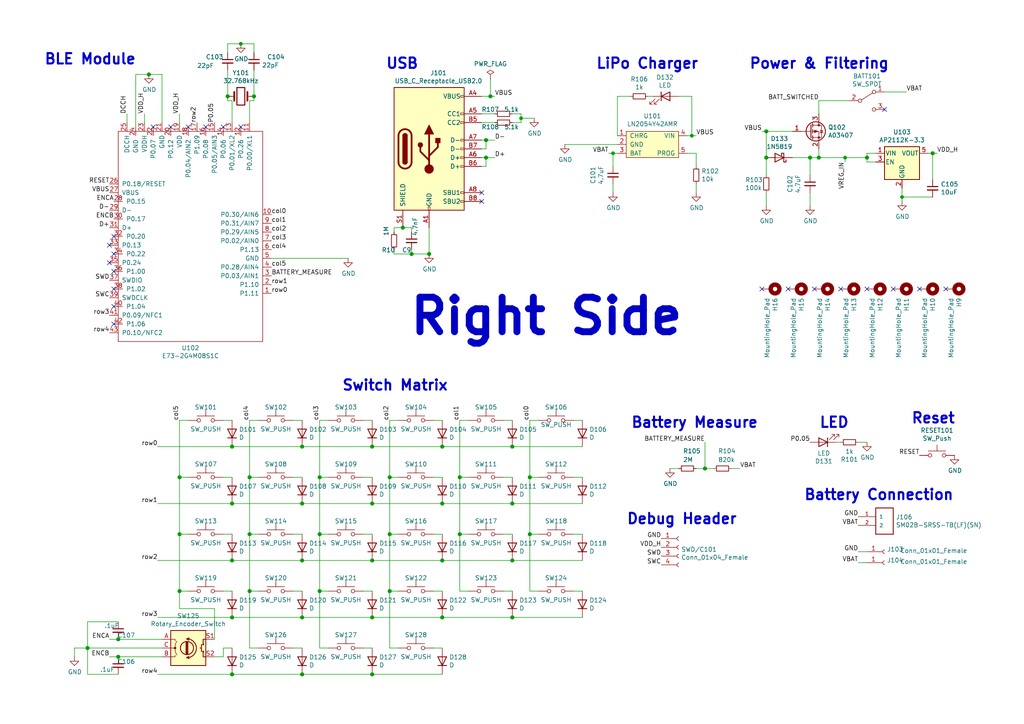
<source format=kicad_sch>
(kicad_sch (version 20201015) (generator eeschema)
  (paper "A4")
  (title_block (title "SP56") (date "2021-02-27") (rev "1") (company "CO Boards") (comment 1 "github.com/ericrlau"))
  (junction (at 25.4 187.96) (diameter 1.016))
  (junction (at 34.29 185.42) (diameter 1.016))
  (junction (at 34.29 190.5) (diameter 1.016))
  (junction (at 43.18 21.59) (diameter 1.016))
  (junction (at 52.07 138.43) (diameter 1.016))
  (junction (at 52.07 154.94) (diameter 1.016))
  (junction (at 52.07 171.45) (diameter 1.016))
  (junction (at 66.04 27.94) (diameter 1.016))
  (junction (at 67.31 129.54) (diameter 1.016))
  (junction (at 67.31 146.05) (diameter 1.016))
  (junction (at 67.31 162.56) (diameter 1.016))
  (junction (at 67.31 179.07) (diameter 1.016))
  (junction (at 67.31 195.58) (diameter 1.016))
  (junction (at 69.85 12.7) (diameter 0.9144))
  (junction (at 72.39 138.43) (diameter 1.016))
  (junction (at 72.39 154.94) (diameter 1.016))
  (junction (at 72.39 171.45) (diameter 1.016))
  (junction (at 73.66 27.94) (diameter 1.016))
  (junction (at 87.63 129.54) (diameter 1.016))
  (junction (at 87.63 146.05) (diameter 1.016))
  (junction (at 87.63 162.56) (diameter 1.016))
  (junction (at 87.63 179.07) (diameter 1.016))
  (junction (at 87.63 195.58) (diameter 1.016))
  (junction (at 92.71 138.43) (diameter 1.016))
  (junction (at 92.71 154.94) (diameter 1.016))
  (junction (at 92.71 171.45) (diameter 1.016))
  (junction (at 107.95 129.54) (diameter 1.016))
  (junction (at 107.95 146.05) (diameter 1.016))
  (junction (at 107.95 162.56) (diameter 1.016))
  (junction (at 107.95 179.07) (diameter 1.016))
  (junction (at 107.95 195.58) (diameter 1.016))
  (junction (at 113.03 138.43) (diameter 1.016))
  (junction (at 113.03 154.94) (diameter 1.016))
  (junction (at 113.03 171.45) (diameter 1.016))
  (junction (at 116.84 66.04) (diameter 1.016))
  (junction (at 119.38 73.66) (diameter 1.016))
  (junction (at 124.46 73.66) (diameter 1.016))
  (junction (at 128.27 129.54) (diameter 1.016))
  (junction (at 128.27 146.05) (diameter 1.016))
  (junction (at 128.27 162.56) (diameter 1.016))
  (junction (at 128.27 179.07) (diameter 1.016))
  (junction (at 133.35 138.43) (diameter 1.016))
  (junction (at 133.35 154.94) (diameter 1.016))
  (junction (at 140.97 40.64) (diameter 1.016))
  (junction (at 140.97 45.72) (diameter 1.016))
  (junction (at 142.24 27.94) (diameter 1.016))
  (junction (at 148.59 129.54) (diameter 1.016))
  (junction (at 148.59 146.05) (diameter 1.016))
  (junction (at 148.59 162.56) (diameter 1.016))
  (junction (at 148.59 179.07) (diameter 1.016))
  (junction (at 151.13 34.29) (diameter 0.9144))
  (junction (at 153.67 138.43) (diameter 1.016))
  (junction (at 153.67 154.94) (diameter 1.016))
  (junction (at 177.8 44.45) (diameter 0.9144))
  (junction (at 200.66 39.37) (diameter 0.9144))
  (junction (at 204.47 135.89) (diameter 1.016))
  (junction (at 222.25 38.1) (diameter 1.016))
  (junction (at 222.25 45.72) (diameter 1.016))
  (junction (at 234.95 45.72) (diameter 1.016))
  (junction (at 237.49 45.72) (diameter 1.016))
  (junction (at 245.11 45.72) (diameter 0.9144))
  (junction (at 251.46 45.72) (diameter 1.016))
  (junction (at 261.62 57.15) (diameter 0.9144))
  (junction (at 270.51 44.45) (diameter 1.016))
  (no_connect (at 31.75 71.12))
  (no_connect (at 31.75 76.2))
  (no_connect (at 33.02 68.58))
  (no_connect (at 33.02 73.66))
  (no_connect (at 33.02 78.74))
  (no_connect (at 33.02 83.82))
  (no_connect (at 33.02 88.9))
  (no_connect (at 33.02 93.98))
  (no_connect (at 44.45 36.83))
  (no_connect (at 49.53 36.83))
  (no_connect (at 54.61 36.83))
  (no_connect (at 59.69 36.83))
  (no_connect (at 64.77 36.83))
  (no_connect (at 69.85 36.83))
  (no_connect (at 139.7 55.88))
  (no_connect (at 139.7 58.42))
  (no_connect (at 220.98 83.82))
  (no_connect (at 228.6 83.82))
  (no_connect (at 236.22 83.82))
  (no_connect (at 243.84 83.82))
  (no_connect (at 251.46 83.82))
  (no_connect (at 256.54 31.75))
  (no_connect (at 259.08 83.82))
  (no_connect (at 266.7 83.82))
  (no_connect (at 274.32 83.82))
  (wire (pts (xy 21.59 187.96) (xy 21.59 190.5)))
  (wire (pts (xy 21.59 187.96) (xy 25.4 187.96)))
  (wire (pts (xy 25.4 180.34) (xy 25.4 187.96)))
  (wire (pts (xy 25.4 187.96) (xy 25.4 195.58)))
  (wire (pts (xy 25.4 187.96) (xy 46.99 187.96)))
  (wire (pts (xy 31.75 185.42) (xy 34.29 185.42)))
  (wire (pts (xy 31.75 190.5) (xy 34.29 190.5)))
  (wire (pts (xy 34.29 180.34) (xy 25.4 180.34)))
  (wire (pts (xy 34.29 185.42) (xy 46.99 185.42)))
  (wire (pts (xy 34.29 190.5) (xy 46.99 190.5)))
  (wire (pts (xy 34.29 195.58) (xy 25.4 195.58)))
  (wire (pts (xy 36.83 35.56) (xy 36.83 33.02)))
  (wire (pts (xy 39.37 21.59) (xy 43.18 21.59)))
  (wire (pts (xy 39.37 36.83) (xy 39.37 21.59)))
  (wire (pts (xy 41.91 35.56) (xy 41.91 33.02)))
  (wire (pts (xy 43.18 21.59) (xy 46.99 21.59)))
  (wire (pts (xy 45.72 195.58) (xy 67.31 195.58)))
  (wire (pts (xy 46.99 35.56) (xy 46.99 21.59)))
  (wire (pts (xy 52.07 35.56) (xy 52.07 33.02)))
  (wire (pts (xy 52.07 121.92) (xy 52.07 138.43)))
  (wire (pts (xy 52.07 121.92) (xy 54.61 121.92)))
  (wire (pts (xy 52.07 138.43) (xy 52.07 154.94)))
  (wire (pts (xy 52.07 138.43) (xy 54.61 138.43)))
  (wire (pts (xy 52.07 154.94) (xy 52.07 171.45)))
  (wire (pts (xy 52.07 154.94) (xy 54.61 154.94)))
  (wire (pts (xy 52.07 171.45) (xy 52.07 176.53)))
  (wire (pts (xy 52.07 171.45) (xy 54.61 171.45)))
  (wire (pts (xy 52.07 176.53) (xy 62.23 176.53)))
  (wire (pts (xy 62.23 176.53) (xy 62.23 185.42)))
  (wire (pts (xy 62.23 190.5) (xy 64.77 190.5)))
  (wire (pts (xy 64.77 121.92) (xy 67.31 121.92)))
  (wire (pts (xy 64.77 138.43) (xy 67.31 138.43)))
  (wire (pts (xy 64.77 154.94) (xy 67.31 154.94)))
  (wire (pts (xy 64.77 171.45) (xy 67.31 171.45)))
  (wire (pts (xy 64.77 187.96) (xy 67.31 187.96)))
  (wire (pts (xy 64.77 190.5) (xy 64.77 187.96)))
  (wire (pts (xy 66.04 12.7) (xy 69.85 12.7)))
  (wire (pts (xy 66.04 15.24) (xy 66.04 12.7)))
  (wire (pts (xy 66.04 20.32) (xy 66.04 27.94)))
  (wire (pts (xy 66.04 29.21) (xy 66.04 27.94)))
  (wire (pts (xy 67.31 29.21) (xy 66.04 29.21)))
  (wire (pts (xy 67.31 35.56) (xy 67.31 29.21)))
  (wire (pts (xy 67.31 129.54) (xy 45.72 129.54)))
  (wire (pts (xy 67.31 146.05) (xy 45.72 146.05)))
  (wire (pts (xy 67.31 162.56) (xy 45.72 162.56)))
  (wire (pts (xy 67.31 179.07) (xy 45.72 179.07)))
  (wire (pts (xy 67.31 195.58) (xy 87.63 195.58)))
  (wire (pts (xy 69.85 12.7) (xy 73.66 12.7)))
  (wire (pts (xy 72.39 29.21) (xy 73.66 29.21)))
  (wire (pts (xy 72.39 35.56) (xy 72.39 29.21)))
  (wire (pts (xy 72.39 121.92) (xy 72.39 138.43)))
  (wire (pts (xy 72.39 121.92) (xy 74.93 121.92)))
  (wire (pts (xy 72.39 138.43) (xy 72.39 154.94)))
  (wire (pts (xy 72.39 138.43) (xy 74.93 138.43)))
  (wire (pts (xy 72.39 154.94) (xy 72.39 171.45)))
  (wire (pts (xy 72.39 154.94) (xy 74.93 154.94)))
  (wire (pts (xy 72.39 171.45) (xy 72.39 187.96)))
  (wire (pts (xy 72.39 171.45) (xy 74.93 171.45)))
  (wire (pts (xy 72.39 187.96) (xy 74.93 187.96)))
  (wire (pts (xy 73.66 12.7) (xy 73.66 15.24)))
  (wire (pts (xy 73.66 20.32) (xy 73.66 27.94)))
  (wire (pts (xy 73.66 29.21) (xy 73.66 27.94)))
  (wire (pts (xy 78.74 74.93) (xy 100.965 74.93)))
  (wire (pts (xy 85.09 121.92) (xy 87.63 121.92)))
  (wire (pts (xy 85.09 138.43) (xy 87.63 138.43)))
  (wire (pts (xy 85.09 154.94) (xy 87.63 154.94)))
  (wire (pts (xy 85.09 171.45) (xy 87.63 171.45)))
  (wire (pts (xy 85.09 187.96) (xy 87.63 187.96)))
  (wire (pts (xy 87.63 129.54) (xy 67.31 129.54)))
  (wire (pts (xy 87.63 129.54) (xy 107.95 129.54)))
  (wire (pts (xy 87.63 146.05) (xy 67.31 146.05)))
  (wire (pts (xy 87.63 146.05) (xy 107.95 146.05)))
  (wire (pts (xy 87.63 162.56) (xy 67.31 162.56)))
  (wire (pts (xy 87.63 162.56) (xy 107.95 162.56)))
  (wire (pts (xy 87.63 179.07) (xy 67.31 179.07)))
  (wire (pts (xy 87.63 179.07) (xy 107.95 179.07)))
  (wire (pts (xy 87.63 195.58) (xy 107.95 195.58)))
  (wire (pts (xy 92.71 121.92) (xy 92.71 138.43)))
  (wire (pts (xy 92.71 121.92) (xy 95.25 121.92)))
  (wire (pts (xy 92.71 138.43) (xy 92.71 154.94)))
  (wire (pts (xy 92.71 138.43) (xy 95.25 138.43)))
  (wire (pts (xy 92.71 154.94) (xy 92.71 171.45)))
  (wire (pts (xy 92.71 154.94) (xy 95.25 154.94)))
  (wire (pts (xy 92.71 171.45) (xy 92.71 187.96)))
  (wire (pts (xy 92.71 171.45) (xy 95.25 171.45)))
  (wire (pts (xy 92.71 187.96) (xy 95.25 187.96)))
  (wire (pts (xy 105.41 121.92) (xy 107.95 121.92)))
  (wire (pts (xy 105.41 138.43) (xy 107.95 138.43)))
  (wire (pts (xy 105.41 154.94) (xy 107.95 154.94)))
  (wire (pts (xy 105.41 171.45) (xy 107.95 171.45)))
  (wire (pts (xy 105.41 187.96) (xy 107.95 187.96)))
  (wire (pts (xy 107.95 129.54) (xy 128.27 129.54)))
  (wire (pts (xy 107.95 146.05) (xy 128.27 146.05)))
  (wire (pts (xy 107.95 162.56) (xy 128.27 162.56)))
  (wire (pts (xy 107.95 179.07) (xy 128.27 179.07)))
  (wire (pts (xy 107.95 195.58) (xy 128.27 195.58)))
  (wire (pts (xy 113.03 121.92) (xy 113.03 138.43)))
  (wire (pts (xy 113.03 121.92) (xy 115.57 121.92)))
  (wire (pts (xy 113.03 138.43) (xy 113.03 154.94)))
  (wire (pts (xy 113.03 138.43) (xy 115.57 138.43)))
  (wire (pts (xy 113.03 154.94) (xy 113.03 171.45)))
  (wire (pts (xy 113.03 154.94) (xy 115.57 154.94)))
  (wire (pts (xy 113.03 171.45) (xy 113.03 187.96)))
  (wire (pts (xy 113.03 171.45) (xy 115.57 171.45)))
  (wire (pts (xy 113.03 187.96) (xy 115.57 187.96)))
  (wire (pts (xy 114.3 66.04) (xy 116.84 66.04)))
  (wire (pts (xy 114.3 67.31) (xy 114.3 66.04)))
  (wire (pts (xy 114.3 72.39) (xy 114.3 73.66)))
  (wire (pts (xy 114.3 73.66) (xy 119.38 73.66)))
  (wire (pts (xy 119.38 66.04) (xy 116.84 66.04)))
  (wire (pts (xy 119.38 67.31) (xy 119.38 66.04)))
  (wire (pts (xy 119.38 72.39) (xy 119.38 73.66)))
  (wire (pts (xy 119.38 73.66) (xy 124.46 73.66)))
  (wire (pts (xy 124.46 66.04) (xy 124.46 73.66)))
  (wire (pts (xy 125.73 121.92) (xy 128.27 121.92)))
  (wire (pts (xy 125.73 138.43) (xy 128.27 138.43)))
  (wire (pts (xy 125.73 154.94) (xy 128.27 154.94)))
  (wire (pts (xy 125.73 171.45) (xy 128.27 171.45)))
  (wire (pts (xy 125.73 187.96) (xy 128.27 187.96)))
  (wire (pts (xy 128.27 146.05) (xy 148.59 146.05)))
  (wire (pts (xy 128.27 162.56) (xy 148.59 162.56)))
  (wire (pts (xy 128.27 179.07) (xy 148.59 179.07)))
  (wire (pts (xy 133.35 121.92) (xy 133.35 138.43)))
  (wire (pts (xy 133.35 121.92) (xy 135.89 121.92)))
  (wire (pts (xy 133.35 138.43) (xy 133.35 154.94)))
  (wire (pts (xy 133.35 138.43) (xy 135.89 138.43)))
  (wire (pts (xy 133.35 154.94) (xy 133.35 171.45)))
  (wire (pts (xy 133.35 154.94) (xy 135.89 154.94)))
  (wire (pts (xy 133.35 171.45) (xy 135.89 171.45)))
  (wire (pts (xy 139.7 40.64) (xy 140.97 40.64)))
  (wire (pts (xy 139.7 43.18) (xy 140.97 43.18)))
  (wire (pts (xy 139.7 45.72) (xy 140.97 45.72)))
  (wire (pts (xy 139.7 48.26) (xy 140.97 48.26)))
  (wire (pts (xy 140.97 40.64) (xy 143.51 40.64)))
  (wire (pts (xy 140.97 43.18) (xy 140.97 40.64)))
  (wire (pts (xy 140.97 45.72) (xy 143.51 45.72)))
  (wire (pts (xy 140.97 48.26) (xy 140.97 45.72)))
  (wire (pts (xy 142.24 22.86) (xy 142.24 27.94)))
  (wire (pts (xy 142.24 27.94) (xy 139.7 27.94)))
  (wire (pts (xy 143.51 27.94) (xy 142.24 27.94)))
  (wire (pts (xy 143.51 33.02) (xy 139.7 33.02)))
  (wire (pts (xy 143.51 35.56) (xy 139.7 35.56)))
  (wire (pts (xy 146.05 121.92) (xy 148.59 121.92)))
  (wire (pts (xy 146.05 138.43) (xy 148.59 138.43)))
  (wire (pts (xy 146.05 154.94) (xy 148.59 154.94)))
  (wire (pts (xy 146.05 171.45) (xy 148.59 171.45)))
  (wire (pts (xy 148.59 33.02) (xy 151.13 33.02)))
  (wire (pts (xy 148.59 35.56) (xy 151.13 35.56)))
  (wire (pts (xy 148.59 129.54) (xy 128.27 129.54)))
  (wire (pts (xy 148.59 129.54) (xy 168.91 129.54)))
  (wire (pts (xy 148.59 146.05) (xy 168.91 146.05)))
  (wire (pts (xy 148.59 162.56) (xy 168.91 162.56)))
  (wire (pts (xy 148.59 179.07) (xy 168.91 179.07)))
  (wire (pts (xy 151.13 33.02) (xy 151.13 34.29)))
  (wire (pts (xy 151.13 34.29) (xy 154.94 34.29)))
  (wire (pts (xy 151.13 35.56) (xy 151.13 34.29)))
  (wire (pts (xy 153.67 121.92) (xy 153.67 138.43)))
  (wire (pts (xy 153.67 121.92) (xy 156.21 121.92)))
  (wire (pts (xy 153.67 138.43) (xy 153.67 154.94)))
  (wire (pts (xy 153.67 138.43) (xy 156.21 138.43)))
  (wire (pts (xy 153.67 154.94) (xy 153.67 171.45)))
  (wire (pts (xy 153.67 154.94) (xy 156.21 154.94)))
  (wire (pts (xy 153.67 171.45) (xy 156.21 171.45)))
  (wire (pts (xy 163.83 41.91) (xy 179.07 41.91)))
  (wire (pts (xy 166.37 121.92) (xy 168.91 121.92)))
  (wire (pts (xy 166.37 138.43) (xy 168.91 138.43)))
  (wire (pts (xy 166.37 154.94) (xy 168.91 154.94)))
  (wire (pts (xy 166.37 171.45) (xy 168.91 171.45)))
  (wire (pts (xy 177.8 44.45) (xy 176.53 44.45)))
  (wire (pts (xy 177.8 44.45) (xy 177.8 48.26)))
  (wire (pts (xy 177.8 44.45) (xy 179.07 44.45)))
  (wire (pts (xy 177.8 53.34) (xy 177.8 55.88)))
  (wire (pts (xy 179.07 27.94) (xy 179.07 39.37)))
  (wire (pts (xy 182.88 27.94) (xy 179.07 27.94)))
  (wire (pts (xy 189.23 27.94) (xy 187.96 27.94)))
  (wire (pts (xy 196.85 27.94) (xy 200.66 27.94)))
  (wire (pts (xy 196.85 135.89) (xy 194.31 135.89)))
  (wire (pts (xy 199.39 39.37) (xy 200.66 39.37)))
  (wire (pts (xy 199.39 44.45) (xy 201.93 44.45)))
  (wire (pts (xy 200.66 27.94) (xy 200.66 39.37)))
  (wire (pts (xy 200.66 39.37) (xy 201.93 39.37)))
  (wire (pts (xy 201.93 44.45) (xy 201.93 48.26)))
  (wire (pts (xy 201.93 53.34) (xy 201.93 55.88)))
  (wire (pts (xy 204.47 128.27) (xy 204.47 135.89)))
  (wire (pts (xy 204.47 135.89) (xy 201.93 135.89)))
  (wire (pts (xy 207.01 135.89) (xy 204.47 135.89)))
  (wire (pts (xy 214.63 135.89) (xy 212.09 135.89)))
  (wire (pts (xy 220.98 38.1) (xy 222.25 38.1)))
  (wire (pts (xy 222.25 38.1) (xy 222.25 45.72)))
  (wire (pts (xy 222.25 38.1) (xy 229.87 38.1)))
  (wire (pts (xy 222.25 50.8) (xy 222.25 45.72)))
  (wire (pts (xy 222.25 55.88) (xy 222.25 59.69)))
  (wire (pts (xy 229.87 45.72) (xy 234.95 45.72)))
  (wire (pts (xy 234.95 45.72) (xy 237.49 45.72)))
  (wire (pts (xy 234.95 50.8) (xy 234.95 45.72)))
  (wire (pts (xy 234.95 55.88) (xy 234.95 59.69)))
  (wire (pts (xy 237.49 29.21) (xy 237.49 33.02)))
  (wire (pts (xy 237.49 43.18) (xy 237.49 45.72)))
  (wire (pts (xy 237.49 45.72) (xy 245.11 45.72)))
  (wire (pts (xy 242.57 128.27) (xy 243.84 128.27)))
  (wire (pts (xy 245.11 45.72) (xy 245.11 46.99)))
  (wire (pts (xy 245.11 45.72) (xy 251.46 45.72)))
  (wire (pts (xy 246.38 29.21) (xy 237.49 29.21)))
  (wire (pts (xy 248.92 128.27) (xy 251.46 128.27)))
  (wire (pts (xy 248.92 160.02) (xy 251.46 160.02)))
  (wire (pts (xy 248.92 163.195) (xy 251.46 163.195)))
  (wire (pts (xy 251.46 44.45) (xy 254 44.45)))
  (wire (pts (xy 251.46 45.72) (xy 251.46 44.45)))
  (wire (pts (xy 251.46 46.99) (xy 251.46 45.72)))
  (wire (pts (xy 251.46 46.99) (xy 254 46.99)))
  (wire (pts (xy 256.54 26.67) (xy 262.89 26.67)))
  (wire (pts (xy 261.62 54.61) (xy 261.62 57.15)))
  (wire (pts (xy 261.62 57.15) (xy 261.62 58.42)))
  (wire (pts (xy 269.24 44.45) (xy 270.51 44.45)))
  (wire (pts (xy 270.51 44.45) (xy 271.78 44.45)))
  (wire (pts (xy 270.51 52.07) (xy 270.51 44.45)))
  (wire (pts (xy 270.51 57.15) (xy 261.62 57.15)))
  (text "BLE Module" (at 12.7 19.05 0) (effects (font (size 2.9972 2.9972) (thickness 0.5994) bold) (justify left bottom)))
  (text "Switch Matrix" (at 99.06 113.665 0) (effects (font (size 2.9972 2.9972) (thickness 0.5994) bold) (justify left bottom)))
  (text "USB" (at 111.76 20.32 0) (effects (font (size 2.9972 2.9972) (thickness 0.5994) bold) (justify left bottom)))
  (text "Right Side" (at 118.11 97.79 0) (effects (font (size 10.008 10.008) (thickness 2.0016) bold) (justify left bottom)))
  (text "LiPo Charger" (at 172.72 20.32 0) (effects (font (size 2.9972 2.9972) (thickness 0.5994) bold) (justify left bottom)))
  (text "Debug Header" (at 181.61 152.4 0) (effects (font (size 2.9972 2.9972) (thickness 0.5994) bold) (justify left bottom)))
  (text "Battery Measure" (at 182.88 124.46 0) (effects (font (size 2.9972 2.9972) (thickness 0.5994) bold) (justify left bottom)))
  (text "Power & Filtering" (at 217.17 20.32 0) (effects (font (size 2.9972 2.9972) (thickness 0.5994) bold) (justify left bottom)))
  (text "Battery Connection" (at 233.045 145.415 0) (effects (font (size 2.9972 2.9972) (thickness 0.5994) bold) (justify left bottom)))
  (text "LED" (at 237.49 124.46 0) (effects (font (size 2.997 2.997) (thickness 0.5994) bold) (justify left bottom)))
  (text "Reset" (at 264.16 123.19 0) (effects (font (size 2.9972 2.9972) (thickness 0.5994) bold) (justify left bottom)))
  (label "RESET" (at 31.75 53.34 180))
  (label "VBUS" (at 31.75 55.88 180))
  (label "D-" (at 31.75 60.96 180))
  (label "D+" (at 31.75 66.04 180))
  (label "SWD" (at 31.75 81.28 180))
  (label "SWC" (at 31.75 86.36 180))
  (label "row3" (at 31.75 91.44 180))
  (label "row4" (at 31.75 96.52 180))
  (label "ENCA" (at 31.75 185.42 180))
  (label "ENCB" (at 31.75 190.5 180))
  (label "ENCA" (at 33.02 58.42 180))
  (label "ENCB" (at 33.02 63.5 180))
  (label "DCCH" (at 36.83 33.02 90))
  (label "VDD_H" (at 41.91 33.02 90))
  (label "row0" (at 45.72 129.54 180))
  (label "row1" (at 45.72 146.05 180))
  (label "row2" (at 45.72 162.56 180))
  (label "row3" (at 45.72 179.07 180))
  (label "row4" (at 45.72 195.58 180))
  (label "VDD_H" (at 52.07 33.02 90))
  (label "col5" (at 52.07 121.92 90))
  (label "row2" (at 57.15 35.56 90))
  (label "P0.05" (at 62.23 35.56 90))
  (label "col4" (at 72.39 121.92 90))
  (label "col0" (at 78.74 62.23 0))
  (label "col1" (at 78.74 64.77 0))
  (label "col2" (at 78.74 67.31 0))
  (label "col3" (at 78.74 69.85 0))
  (label "col4" (at 78.74 72.39 0))
  (label "col5" (at 78.74 77.47 0))
  (label "BATTERY_MEASURE" (at 78.74 80.01 0))
  (label "row1" (at 78.74 82.55 0))
  (label "row0" (at 78.74 85.09 0))
  (label "col3" (at 92.71 121.92 90))
  (label "col2" (at 113.03 121.92 90))
  (label "col1" (at 133.35 121.92 90))
  (label "VBUS" (at 143.51 27.94 0))
  (label "D-" (at 143.51 40.64 0))
  (label "D+" (at 143.51 45.72 0))
  (label "col0" (at 153.67 121.92 90))
  (label "VBAT" (at 176.53 44.45 180))
  (label "GND" (at 191.77 156.21 180))
  (label "VDD_H" (at 191.77 158.75 180))
  (label "SWD" (at 191.77 161.29 180))
  (label "SWC" (at 191.77 163.83 180))
  (label "VBUS" (at 201.93 39.37 0))
  (label "BATTERY_MEASURE" (at 204.47 128.27 180))
  (label "VBAT" (at 214.63 135.89 0))
  (label "VBUS" (at 220.98 38.1 180))
  (label "P0.05" (at 234.95 128.27 180))
  (label "BATT_SWITCHED" (at 237.49 29.21 180))
  (label "VREG_IN" (at 245.11 46.99 270))
  (label "GND" (at 248.92 149.86 180))
  (label "VBAT" (at 248.92 152.4 180))
  (label "GND" (at 248.92 160.02 180))
  (label "VBAT" (at 248.92 163.195 180))
  (label "VBAT" (at 262.89 26.67 0))
  (label "RESET" (at 266.7 132.08 180))
  (label "VDD_H" (at 271.78 44.45 0))
  (symbol (lib_id "power:PWR_FLAG") (at 142.24 22.86 0) (unit 1)
    (property "Reference" "#FLG0106" (effects hide))
    (property "Value" "PWR_FLAG" (at 142.24 18.5356 0))
  )
  (symbol (lib_id "power:GND") (at 21.59 190.5 0) (unit 1)
    (property "Reference" "#PWR016" (effects hide))
    (property "Value" "GND" (at 21.717 194.8942 0))
  )
  (symbol (lib_id "power:GND") (at 43.18 21.59 0) (unit 1)
    (property "Reference" "#PWR017" (effects hide))
    (property "Value" "GND" (at 43.307 25.9842 0))
  )
  (symbol (lib_id "power:GND") (at 69.85 12.7 0) (unit 1)
    (property "Reference" "#PWR019" (effects hide))
    (property "Value" "GND" (at 69.977 17.0942 0))
  )
  (symbol (lib_id "power:GND") (at 100.965 74.93 0) (unit 1)
    (property "Reference" "#PWR021" (effects hide))
    (property "Value" "GND" (at 101.092 79.3242 0))
  )
  (symbol (lib_id "power:GND") (at 124.46 73.66 0) (unit 1)
    (property "Reference" "#PWR020" (effects hide))
    (property "Value" "GND" (at 124.587 78.0542 0))
  )
  (symbol (lib_id "power:GND") (at 154.94 34.29 0) (unit 1)
    (property "Reference" "#PWR026" (effects hide))
    (property "Value" "GND" (at 155.067 38.6842 0))
  )
  (symbol (lib_id "power:GND") (at 163.83 41.91 0) (unit 1)
    (property "Reference" "#PWR024" (effects hide))
    (property "Value" "GND" (at 163.957 46.3042 0))
  )
  (symbol (lib_id "power:GND") (at 177.8 55.88 0) (unit 1)
    (property "Reference" "#PWR027" (effects hide))
    (property "Value" "GND" (at 177.927 60.2742 0))
  )
  (symbol (lib_id "power:GND") (at 194.31 135.89 0) (unit 1)
    (property "Reference" "#PWR018" (effects hide))
    (property "Value" "GND" (at 194.437 140.2842 0))
  )
  (symbol (lib_id "power:GND") (at 201.93 55.88 0) (unit 1)
    (property "Reference" "#PWR029" (effects hide))
    (property "Value" "GND" (at 202.057 60.2742 0))
  )
  (symbol (lib_id "power:GND") (at 222.25 59.69 0) (unit 1)
    (property "Reference" "#PWR025" (effects hide))
    (property "Value" "GND" (at 222.377 64.0842 0))
  )
  (symbol (lib_id "power:GND") (at 234.95 59.69 0) (unit 1)
    (property "Reference" "#PWR028" (effects hide))
    (property "Value" "GND" (at 235.077 64.0842 0))
  )
  (symbol (lib_id "power:GND") (at 251.46 128.27 0) (unit 1)
    (property "Reference" "#PWR023" (effects hide))
    (property "Value" "GND" (at 251.587 132.6642 0))
  )
  (symbol (lib_id "power:GND") (at 261.62 58.42 0) (unit 1)
    (property "Reference" "#PWR030" (effects hide))
    (property "Value" "GND" (at 261.747 62.8142 0))
  )
  (symbol (lib_id "power:GND") (at 276.86 132.08 0) (unit 1)
    (property "Reference" "#PWR022" (effects hide))
    (property "Value" "GND" (at 276.987 136.4742 0))
  )
  (symbol (lib_id "Device:R_Small") (at 114.3 69.85 0) (unit 1)
    (property "Reference" "R10" (at 110.7187 72.5106 0) (effects (justify left)))
    (property "Value" "1M" (at 111.989 68.459 90) (effects (justify left)))
    (property "Footprint" "Resistor_SMD:R_0603_1608Metric" (effects hide))
  )
  (symbol (lib_id "Device:R_Small") (at 146.05 33.02 90) (unit 1)
    (property "Reference" "R107" (at 144.78 31.75 90) (effects (justify left)))
    (property "Value" "5.1k" (at 150.495 31.75 90) (effects (justify left)))
    (property "Footprint" "Resistor_SMD:R_0603_1608Metric" (effects hide))
    (property "LCSC_PN" "C105580" (effects hide))
    (property "PRICE" "100k" (effects hide))
  )
  (symbol (lib_id "Device:R_Small") (at 146.05 35.56 90) (unit 1)
    (property "Reference" "R108" (at 144.78 36.83 90) (effects (justify left)))
    (property "Value" "5.1k" (at 150.495 36.83 90) (effects (justify left)))
    (property "Footprint" "Resistor_SMD:R_0603_1608Metric" (effects hide))
    (property "LCSC_PN" "C105580" (effects hide))
    (property "PRICE" "100k" (effects hide))
  )
  (symbol (lib_id "Device:R_Small") (at 185.42 27.94 270) (unit 1)
    (property "Reference" "R106" (at 185.42 22.962 90))
    (property "Value" "1k" (at 185.42 25.273 90))
    (property "Footprint" "Resistor_SMD:R_0603_1608Metric" (effects hide))
    (property "LCSC_PN" "C22548" (effects hide))
    (property "PRICE" "5.1k" (effects hide))
  )
  (symbol (lib_id "Device:R_Small") (at 199.39 135.89 270) (unit 1)
    (property "Reference" "R105" (at 198.12 130.81 90) (effects (justify left)))
    (property "Value" "2M" (at 198.12 133.35 90) (effects (justify left)))
    (property "Footprint" "Resistor_SMD:R_0603_1608Metric" (effects hide))
    (property "LCSC_PN" "C177282" (effects hide))
    (property "PRICE" "100k" (effects hide))
  )
  (symbol (lib_id "Device:R_Small") (at 201.93 50.8 0) (unit 1)
    (property "Reference" "R102" (at 203.4286 49.6316 0) (effects (justify left)))
    (property "Value" "10k" (at 203.4286 51.943 0) (effects (justify left)))
    (property "Footprint" "Resistor_SMD:R_0603_1608Metric" (effects hide))
    (property "LCSC_PN" "C98220" (effects hide))
    (property "PRICE" "100k" (effects hide))
  )
  (symbol (lib_id "Device:R_Small") (at 209.55 135.89 270) (unit 1)
    (property "Reference" "R104" (at 208.28 130.81 90) (effects (justify left)))
    (property "Value" "820k" (at 208.28 133.35 90) (effects (justify left)))
    (property "Footprint" "Resistor_SMD:R_0603_1608Metric" (effects hide))
    (property "LCSC_PN" "C23252" (effects hide))
    (property "PRICE" "100k" (effects hide))
  )
  (symbol (lib_id "Device:R_Small") (at 222.25 53.34 0) (unit 1)
    (property "Reference" "R103" (at 216.129 52.172 0) (effects (justify left)))
    (property "Value" "100k" (at 216.1286 54.483 0) (effects (justify left)))
    (property "Footprint" "Resistor_SMD:R_0603_1608Metric" (effects hide))
    (property "LCSC_PN" "C14675" (effects hide))
    (property "PACKAGE" "0603" (effects hide))
  )
  (symbol (lib_id "Device:R_Small") (at 246.38 128.27 90) (unit 1)
    (property "Reference" "R101" (at 246.38 133.2484 90))
    (property "Value" "1k" (at 246.38 130.937 90))
    (property "Footprint" "Resistor_SMD:R_0603_1608Metric" (effects hide))
    (property "LCSC_PN" "C22548" (effects hide))
    (property "PRICE" "5.1k" (effects hide))
  )
  (symbol (lib_id "Connector:Conn_01x01_Female") (at 256.54 160.02 0) (unit 1)
    (property "Reference" "J103" (at 257.2513 159.3278 0) (effects (justify left)))
    (property "Value" "Conn_01x01_Female" (at 261.0613 159.7215 0) (effects (justify left)))
    (property "Footprint" "Connector_PinSocket_1.27mm:PinSocket_1x01_P1.27mm_Vertical" (effects hide))
  )
  (symbol (lib_id "Connector:Conn_01x01_Female") (at 256.54 163.195 0) (unit 1)
    (property "Reference" "J104" (at 257.2513 162.5028 0) (effects (justify left)))
    (property "Value" "Conn_01x01_Female" (at 261.0613 162.8965 0) (effects (justify left)))
    (property "Footprint" "Connector_PinSocket_1.27mm:PinSocket_1x01_P1.27mm_Vertical" (effects hide))
  )
  (symbol (lib_id "Device:C_Small") (at 34.29 182.88 0) (unit 1)
    (property "Reference" "C107" (at 34.074 184.271 0) (effects (justify left)))
    (property "Value" ".1uF" (at 30.2642 181.4893 0) (effects (justify left)))
    (property "Footprint" "Capacitor_SMD:C_0603_1608Metric" (effects hide))
  )
  (symbol (lib_id "Device:C_Small") (at 34.29 193.04 0) (unit 1)
    (property "Reference" "C106" (at 34.074 191.891 0) (effects (justify left)))
    (property "Value" ".1uF" (at 28.9942 194.1893 0) (effects (justify left)))
    (property "Footprint" "Capacitor_SMD:C_0603_1608Metric" (effects hide))
  )
  (symbol (lib_id "Device:C_Small") (at 66.04 17.78 0) (unit 1)
    (property "Reference" "C103" (at 59.69 16.51 0) (effects (justify left)))
    (property "Value" "22pF" (at 57.15 19.05 0) (effects (justify left)))
    (property "Footprint" "Capacitor_SMD:C_0603_1608Metric" (effects hide))
    (property "LCSC_PN" "C1653" (effects hide))
    (property "PRICE" "100k" (effects hide))
  )
  (symbol (lib_id "Device:C_Small") (at 73.66 17.78 0) (unit 1)
    (property "Reference" "C104" (at 77.47 16.51 0) (effects (justify left)))
    (property "Value" "22pF" (at 75.9968 18.923 0) (effects (justify left)))
    (property "Footprint" "Capacitor_SMD:C_0603_1608Metric" (effects hide))
    (property "LCSC_PN" "C1653" (effects hide))
    (property "PRICE" "100k" (effects hide))
  )
  (symbol (lib_id "Device:C_Small") (at 119.38 69.85 0) (unit 1)
    (property "Reference" "C9" (at 116.6242 72.5106 0) (effects (justify left)))
    (property "Value" "4.7nF" (at 120.434 68.459 90) (effects (justify left)))
    (property "Footprint" "Capacitor_SMD:C_0603_1608Metric" (effects hide))
  )
  (symbol (lib_id "Device:C_Small") (at 177.8 50.8 0) (unit 1)
    (property "Reference" "C101" (at 171.9834 50.8 90))
    (property "Value" "4.7uF" (at 174.2948 50.8 90))
    (property "Footprint" "Capacitor_SMD:C_0603_1608Metric" (effects hide))
    (property "LCSC_PN" "C19666" (effects hide))
    (property "PRICE" "100k" (effects hide))
  )
  (symbol (lib_id "Device:C_Small") (at 234.95 53.34 0) (unit 1)
    (property "Reference" "C102" (at 229.133 53.34 90))
    (property "Value" "4.7uF" (at 231.4448 53.34 90))
    (property "Footprint" "Capacitor_SMD:C_0603_1608Metric" (effects hide))
    (property "LCSC_PN" "C19666" (effects hide))
    (property "PRICE" "100k" (effects hide))
  )
  (symbol (lib_id "Device:C_Small") (at 270.51 54.61 0) (unit 1)
    (property "Reference" "C105" (at 272.8468 53.4416 0) (effects (justify left)))
    (property "Value" "10uF" (at 272.8468 55.753 0) (effects (justify left)))
    (property "Footprint" "Capacitor_SMD:C_0603_1608Metric" (effects hide))
    (property "LCSC_PN" "C326057" (effects hide))
    (property "PRICE" "100k" (effects hide))
  )
  (symbol (lib_id "Mechanical:MountingHole_Pad") (at 223.52 83.82 270) (unit 1)
    (property "Reference" "H16" (at 224.796 86.36 0) (effects (justify left)))
    (property "Value" "MountingHole_Pad" (at 222.4977 86.3601 0) (effects (justify left)))
    (property "Footprint" "MountingHole:MountingHole_4.3mm_M4" (effects hide))
  )
  (symbol (lib_id "Mechanical:MountingHole_Pad") (at 231.14 83.82 270) (unit 1)
    (property "Reference" "H15" (at 232.416 86.36 0) (effects (justify left)))
    (property "Value" "MountingHole_Pad" (at 230.1177 86.3601 0) (effects (justify left)))
    (property "Footprint" "MountingHole:MountingHole_4.3mm_M4" (effects hide))
  )
  (symbol (lib_id "Mechanical:MountingHole_Pad") (at 238.76 83.82 270) (unit 1)
    (property "Reference" "H14" (at 240.036 86.36 0) (effects (justify left)))
    (property "Value" "MountingHole_Pad" (at 237.7377 86.3601 0) (effects (justify left)))
    (property "Footprint" "MountingHole:MountingHole_4.3mm_M4" (effects hide))
  )
  (symbol (lib_id "Mechanical:MountingHole_Pad") (at 246.38 83.82 270) (unit 1)
    (property "Reference" "H13" (at 247.656 86.36 0) (effects (justify left)))
    (property "Value" "MountingHole_Pad" (at 245.3577 86.3601 0) (effects (justify left)))
    (property "Footprint" "MountingHole:MountingHole_4.3mm_M4" (effects hide))
  )
  (symbol (lib_id "Mechanical:MountingHole_Pad") (at 254 83.82 270) (unit 1)
    (property "Reference" "H12" (at 255.276 86.36 0) (effects (justify left)))
    (property "Value" "MountingHole_Pad" (at 252.9777 86.3601 0) (effects (justify left)))
    (property "Footprint" "MountingHole:MountingHole_4.3mm_M4" (effects hide))
  )
  (symbol (lib_id "Mechanical:MountingHole_Pad") (at 261.62 83.82 270) (unit 1)
    (property "Reference" "H11" (at 262.896 86.36 0) (effects (justify left)))
    (property "Value" "MountingHole_Pad" (at 260.5977 86.3601 0) (effects (justify left)))
    (property "Footprint" "MountingHole:MountingHole_4.3mm_M4" (effects hide))
  )
  (symbol (lib_id "Mechanical:MountingHole_Pad") (at 269.24 83.82 270) (unit 1)
    (property "Reference" "H10" (at 270.5164 86.3601 0) (effects (justify left)))
    (property "Value" "MountingHole_Pad" (at 268.2177 86.3601 0) (effects (justify left)))
    (property "Footprint" "MountingHole:MountingHole_4.3mm_M4" (effects hide))
  )
  (symbol (lib_id "Mechanical:MountingHole_Pad") (at 276.86 83.82 270) (unit 1)
    (property "Reference" "H9" (at 278.1364 86.3601 0) (effects (justify left)))
    (property "Value" "MountingHole_Pad" (at 275.8377 86.3601 0) (effects (justify left)))
    (property "Footprint" "MountingHole:MountingHole_4.3mm_M4" (effects hide))
  )
  (symbol (lib_id "Diode:1N4148") (at 67.31 125.73 90) (unit 1)
    (property "Reference" "D101" (at 69.317 124.562 90) (effects (justify right)))
    (property "Value" "D" (at 69.3166 126.873 90) (effects (justify right)))
    (property "Footprint" "Diode_SMD:D_SOD-123" (effects hide))
    (property "LCSC_PN" "C402213" (effects hide))
    (property "PRICE" "100k" (effects hide))
  )
  (symbol (lib_id "Diode:1N4148") (at 67.31 142.24 90) (unit 1)
    (property "Reference" "D107" (at 69.317 141.072 90) (effects (justify right)))
    (property "Value" "D" (at 69.3166 143.383 90) (effects (justify right)))
    (property "Footprint" "Diode_SMD:D_SOD-123" (effects hide))
    (property "LCSC_PN" "C402213" (effects hide))
    (property "PRICE" "100k" (effects hide))
  )
  (symbol (lib_id "Diode:1N4148") (at 67.31 158.75 90) (unit 1)
    (property "Reference" "D113" (at 69.317 157.582 90) (effects (justify right)))
    (property "Value" "D" (at 69.3166 159.893 90) (effects (justify right)))
    (property "Footprint" "Diode_SMD:D_SOD-123" (effects hide))
    (property "LCSC_PN" "C402213" (effects hide))
    (property "PRICE" "100k" (effects hide))
  )
  (symbol (lib_id "Diode:1N4148") (at 67.31 175.26 90) (unit 1)
    (property "Reference" "D119" (at 69.317 174.092 90) (effects (justify right)))
    (property "Value" "D" (at 69.3166 176.403 90) (effects (justify right)))
    (property "Footprint" "Diode_SMD:D_SOD-123" (effects hide))
    (property "LCSC_PN" "C402213" (effects hide))
    (property "PRICE" "100k" (effects hide))
  )
  (symbol (lib_id "Diode:1N4148") (at 67.31 191.77 90) (unit 1)
    (property "Reference" "D125" (at 69.317 190.602 90) (effects (justify right)))
    (property "Value" "D" (at 69.3166 192.913 90) (effects (justify right)))
    (property "Footprint" "Diode_SMD:D_SOD-123" (effects hide))
    (property "LCSC_PN" "C402213" (effects hide))
    (property "PRICE" "100k" (effects hide))
  )
  (symbol (lib_id "Diode:1N4148") (at 87.63 125.73 90) (unit 1)
    (property "Reference" "D102" (at 89.637 124.562 90) (effects (justify right)))
    (property "Value" "D" (at 89.6366 126.873 90) (effects (justify right)))
    (property "Footprint" "Diode_SMD:D_SOD-123" (effects hide))
    (property "LCSC_PN" "C402213" (effects hide))
    (property "PRICE" "100k" (effects hide))
  )
  (symbol (lib_id "Diode:1N4148") (at 87.63 142.24 90) (unit 1)
    (property "Reference" "D108" (at 89.637 141.072 90) (effects (justify right)))
    (property "Value" "D" (at 89.6366 143.383 90) (effects (justify right)))
    (property "Footprint" "Diode_SMD:D_SOD-123" (effects hide))
    (property "LCSC_PN" "C402213" (effects hide))
    (property "PRICE" "100k" (effects hide))
  )
  (symbol (lib_id "Diode:1N4148") (at 87.63 158.75 90) (unit 1)
    (property "Reference" "D114" (at 89.637 157.582 90) (effects (justify right)))
    (property "Value" "D" (at 89.6366 159.893 90) (effects (justify right)))
    (property "Footprint" "Diode_SMD:D_SOD-123" (effects hide))
    (property "LCSC_PN" "C402213" (effects hide))
    (property "PRICE" "100k" (effects hide))
  )
  (symbol (lib_id "Diode:1N4148") (at 87.63 175.26 90) (unit 1)
    (property "Reference" "D120" (at 89.637 174.092 90) (effects (justify right)))
    (property "Value" "D" (at 89.6366 176.403 90) (effects (justify right)))
    (property "Footprint" "Diode_SMD:D_SOD-123" (effects hide))
    (property "LCSC_PN" "C402213" (effects hide))
    (property "PRICE" "100k" (effects hide))
  )
  (symbol (lib_id "Diode:1N4148") (at 87.63 191.77 90) (unit 1)
    (property "Reference" "D126" (at 89.637 190.602 90) (effects (justify right)))
    (property "Value" "D" (at 89.6366 192.913 90) (effects (justify right)))
    (property "Footprint" "Diode_SMD:D_SOD-123" (effects hide))
    (property "LCSC_PN" "C402213" (effects hide))
    (property "PRICE" "100k" (effects hide))
  )
  (symbol (lib_id "Diode:1N4148") (at 107.95 125.73 90) (unit 1)
    (property "Reference" "D103" (at 109.957 124.562 90) (effects (justify right)))
    (property "Value" "D" (at 109.9566 126.873 90) (effects (justify right)))
    (property "Footprint" "Diode_SMD:D_SOD-123" (effects hide))
    (property "LCSC_PN" "C402213" (effects hide))
    (property "PRICE" "100k" (effects hide))
  )
  (symbol (lib_id "Diode:1N4148") (at 107.95 142.24 90) (unit 1)
    (property "Reference" "D109" (at 109.957 141.072 90) (effects (justify right)))
    (property "Value" "D" (at 109.9566 143.383 90) (effects (justify right)))
    (property "Footprint" "Diode_SMD:D_SOD-123" (effects hide))
    (property "LCSC_PN" "C402213" (effects hide))
    (property "PRICE" "100k" (effects hide))
  )
  (symbol (lib_id "Diode:1N4148") (at 107.95 158.75 90) (unit 1)
    (property "Reference" "D115" (at 109.957 157.582 90) (effects (justify right)))
    (property "Value" "D" (at 109.9566 159.893 90) (effects (justify right)))
    (property "Footprint" "Diode_SMD:D_SOD-123" (effects hide))
    (property "LCSC_PN" "C402213" (effects hide))
    (property "PRICE" "100k" (effects hide))
  )
  (symbol (lib_id "Diode:1N4148") (at 107.95 175.26 90) (unit 1)
    (property "Reference" "D121" (at 109.957 174.092 90) (effects (justify right)))
    (property "Value" "D" (at 109.9566 176.403 90) (effects (justify right)))
    (property "Footprint" "Diode_SMD:D_SOD-123" (effects hide))
    (property "LCSC_PN" "C402213" (effects hide))
    (property "PRICE" "100k" (effects hide))
  )
  (symbol (lib_id "Diode:1N4148") (at 107.95 191.77 90) (unit 1)
    (property "Reference" "D127" (at 109.957 190.602 90) (effects (justify right)))
    (property "Value" "D" (at 109.9566 192.913 90) (effects (justify right)))
    (property "Footprint" "Diode_SMD:D_SOD-123" (effects hide))
    (property "LCSC_PN" "C402213" (effects hide))
    (property "PRICE" "100k" (effects hide))
  )
  (symbol (lib_id "Diode:1N4148") (at 128.27 125.73 90) (unit 1)
    (property "Reference" "D104" (at 130.277 124.562 90) (effects (justify right)))
    (property "Value" "D" (at 130.2766 126.873 90) (effects (justify right)))
    (property "Footprint" "Diode_SMD:D_SOD-123" (effects hide))
    (property "LCSC_PN" "C402213" (effects hide))
    (property "PRICE" "100k" (effects hide))
  )
  (symbol (lib_id "Diode:1N4148") (at 128.27 142.24 90) (unit 1)
    (property "Reference" "D110" (at 130.277 141.072 90) (effects (justify right)))
    (property "Value" "D" (at 130.2766 143.383 90) (effects (justify right)))
    (property "Footprint" "Diode_SMD:D_SOD-123" (effects hide))
    (property "LCSC_PN" "C402213" (effects hide))
    (property "PRICE" "100k" (effects hide))
  )
  (symbol (lib_id "Diode:1N4148") (at 128.27 158.75 90) (unit 1)
    (property "Reference" "D116" (at 130.277 157.582 90) (effects (justify right)))
    (property "Value" "D" (at 130.2766 159.893 90) (effects (justify right)))
    (property "Footprint" "Diode_SMD:D_SOD-123" (effects hide))
    (property "LCSC_PN" "C402213" (effects hide))
    (property "PRICE" "100k" (effects hide))
  )
  (symbol (lib_id "Diode:1N4148") (at 128.27 175.26 90) (unit 1)
    (property "Reference" "D122" (at 130.277 174.092 90) (effects (justify right)))
    (property "Value" "D" (at 130.2766 176.403 90) (effects (justify right)))
    (property "Footprint" "Diode_SMD:D_SOD-123" (effects hide))
    (property "LCSC_PN" "C402213" (effects hide))
    (property "PRICE" "100k" (effects hide))
  )
  (symbol (lib_id "Diode:1N4148") (at 128.27 191.77 90) (unit 1)
    (property "Reference" "D128" (at 130.277 190.602 90) (effects (justify right)))
    (property "Value" "D" (at 130.2766 192.913 90) (effects (justify right)))
    (property "Footprint" "Diode_SMD:D_SOD-123" (effects hide))
    (property "LCSC_PN" "C402213" (effects hide))
    (property "PRICE" "100k" (effects hide))
  )
  (symbol (lib_id "Diode:1N4148") (at 148.59 125.73 90) (unit 1)
    (property "Reference" "D105" (at 150.597 124.562 90) (effects (justify right)))
    (property "Value" "D" (at 150.5966 126.873 90) (effects (justify right)))
    (property "Footprint" "Diode_SMD:D_SOD-123" (effects hide))
    (property "LCSC_PN" "C402213" (effects hide))
    (property "PRICE" "100k" (effects hide))
  )
  (symbol (lib_id "Diode:1N4148") (at 148.59 142.24 90) (unit 1)
    (property "Reference" "D111" (at 150.597 141.072 90) (effects (justify right)))
    (property "Value" "D" (at 150.5966 143.383 90) (effects (justify right)))
    (property "Footprint" "Diode_SMD:D_SOD-123" (effects hide))
    (property "LCSC_PN" "C402213" (effects hide))
    (property "PRICE" "100k" (effects hide))
  )
  (symbol (lib_id "Diode:1N4148") (at 148.59 158.75 90) (unit 1)
    (property "Reference" "D117" (at 150.597 157.582 90) (effects (justify right)))
    (property "Value" "D" (at 150.5966 159.893 90) (effects (justify right)))
    (property "Footprint" "Diode_SMD:D_SOD-123" (effects hide))
    (property "LCSC_PN" "C402213" (effects hide))
    (property "PRICE" "100k" (effects hide))
  )
  (symbol (lib_id "Diode:1N4148") (at 148.59 175.26 90) (unit 1)
    (property "Reference" "D123" (at 150.597 174.092 90) (effects (justify right)))
    (property "Value" "D" (at 150.5966 176.403 90) (effects (justify right)))
    (property "Footprint" "Diode_SMD:D_SOD-123" (effects hide))
    (property "LCSC_PN" "C402213" (effects hide))
    (property "PRICE" "100k" (effects hide))
  )
  (symbol (lib_id "Diode:1N4148") (at 168.91 125.73 90) (unit 1)
    (property "Reference" "D106" (at 170.917 124.562 90) (effects (justify right)))
    (property "Value" "D" (at 170.9166 126.873 90) (effects (justify right)))
    (property "Footprint" "Diode_SMD:D_SOD-123" (effects hide))
    (property "LCSC_PN" "C402213" (effects hide))
    (property "PRICE" "100k" (effects hide))
  )
  (symbol (lib_id "Diode:1N4148") (at 168.91 142.24 90) (unit 1)
    (property "Reference" "D112" (at 170.917 141.072 90) (effects (justify right)))
    (property "Value" "D" (at 170.9166 143.383 90) (effects (justify right)))
    (property "Footprint" "Diode_SMD:D_SOD-123" (effects hide))
    (property "LCSC_PN" "C402213" (effects hide))
    (property "PRICE" "100k" (effects hide))
  )
  (symbol (lib_id "Diode:1N4148") (at 168.91 158.75 90) (unit 1)
    (property "Reference" "D118" (at 170.917 157.582 90) (effects (justify right)))
    (property "Value" "D" (at 170.9166 159.893 90) (effects (justify right)))
    (property "Footprint" "Diode_SMD:D_SOD-123" (effects hide))
    (property "LCSC_PN" "C402213" (effects hide))
    (property "PRICE" "100k" (effects hide))
  )
  (symbol (lib_id "Diode:1N4148") (at 168.91 175.26 90) (unit 1)
    (property "Reference" "D124" (at 170.917 174.092 90) (effects (justify right)))
    (property "Value" "D" (at 170.9166 176.403 90) (effects (justify right)))
    (property "Footprint" "Diode_SMD:D_SOD-123" (effects hide))
    (property "LCSC_PN" "C402213" (effects hide))
    (property "PRICE" "100k" (effects hide))
  )
  (symbol (lib_id "Diode:1N5819") (at 226.06 45.72 180) (unit 1)
    (property "Reference" "D133" (at 226.06 40.208 0))
    (property "Value" "1N5819" (at 226.06 42.5196 0))
    (property "Footprint" "Diode_SMD:D_SOD-323_HandSoldering" (effects hide))
    (property "Datasheet" "http://www.vishay.com/docs/88525/1n5817.pdf" (effects hide))
    (property "LCSC_PN" "C489147" (effects hide))
    (property "PACKAGE" "SOD-123" (effects hide))
  )
  (symbol (lib_id "Device:LED") (at 193.04 27.94 0) (unit 1)
    (property "Reference" "D132" (at 192.862 22.428 0))
    (property "Value" "LED" (at 192.8622 24.7396 0))
    (property "Footprint" "LED_SMD:LED_0603_1608Metric" (effects hide))
    (property "PACKAGE" "0603" (effects hide))
    (property "PRICE" "100k" (effects hide))
  )
  (symbol (lib_id "Device:LED") (at 238.76 128.27 180) (unit 1)
    (property "Reference" "D131" (at 238.9378 133.7818 0))
    (property "Value" "LED" (at 238.9378 131.4704 0))
    (property "Footprint" "LED_SMD:LED_0603_1608Metric" (effects hide))
    (property "PACKAGE" "0603" (effects hide))
    (property "PRICE" "100k" (effects hide))
  )
  (symbol (lib_id "Switch:SW_Push") (at 59.69 121.92 0) (unit 1)
    (property "Reference" "SW101" (at 59.69 118.11 0))
    (property "Value" "SW_PUSH" (at 59.69 124.46 0))
    (property "Footprint" "BlueSof:KailhLowProfile" (effects hide))
  )
  (symbol (lib_id "Switch:SW_Push") (at 59.69 138.43 0) (unit 1)
    (property "Reference" "SW107" (at 59.69 134.62 0))
    (property "Value" "SW_PUSH" (at 59.69 140.97 0))
    (property "Footprint" "BlueSof:KailhLowProfile" (effects hide))
  )
  (symbol (lib_id "Switch:SW_Push") (at 59.69 154.94 0) (unit 1)
    (property "Reference" "SW113" (at 59.69 151.13 0))
    (property "Value" "SW_PUSH" (at 59.69 157.48 0))
    (property "Footprint" "BlueSof:KailhLowProfile" (effects hide))
  )
  (symbol (lib_id "Switch:SW_Push") (at 59.69 171.45 0) (unit 1)
    (property "Reference" "SW119" (at 59.69 167.64 0))
    (property "Value" "SW_PUSH" (at 59.69 173.99 0))
    (property "Footprint" "BlueSof:KailhLowProfile" (effects hide))
  )
  (symbol (lib_id "Switch:SW_Push") (at 80.01 121.92 0) (unit 1)
    (property "Reference" "SW102" (at 80.01 118.11 0))
    (property "Value" "SW_PUSH" (at 80.01 124.46 0))
    (property "Footprint" "BlueSof:KailhLowProfile" (effects hide))
  )
  (symbol (lib_id "Switch:SW_Push") (at 80.01 138.43 0) (unit 1)
    (property "Reference" "SW108" (at 80.01 134.62 0))
    (property "Value" "SW_PUSH" (at 80.01 140.97 0))
    (property "Footprint" "BlueSof:KailhLowProfile" (effects hide))
  )
  (symbol (lib_id "Switch:SW_Push") (at 80.01 154.94 0) (unit 1)
    (property "Reference" "SW114" (at 80.01 151.13 0))
    (property "Value" "SW_PUSH" (at 80.01 157.48 0))
    (property "Footprint" "BlueSof:KailhLowProfile" (effects hide))
  )
  (symbol (lib_id "Switch:SW_Push") (at 80.01 171.45 0) (unit 1)
    (property "Reference" "SW120" (at 80.01 167.64 0))
    (property "Value" "SW_PUSH" (at 80.01 173.99 0))
    (property "Footprint" "BlueSof:KailhLowProfile" (effects hide))
  )
  (symbol (lib_id "Switch:SW_Push") (at 80.01 187.96 0) (unit 1)
    (property "Reference" "SW126" (at 80.01 184.15 0))
    (property "Value" "SW_PUSH" (at 80.01 190.5 0))
    (property "Footprint" "BlueSof:KailhLowProfile_1.5U" (effects hide))
  )
  (symbol (lib_id "Switch:SW_Push") (at 100.33 121.92 0) (unit 1)
    (property "Reference" "SW103" (at 100.33 118.11 0))
    (property "Value" "SW_PUSH" (at 100.33 124.46 0))
    (property "Footprint" "BlueSof:KailhLowProfile" (effects hide))
  )
  (symbol (lib_id "Switch:SW_Push") (at 100.33 138.43 0) (unit 1)
    (property "Reference" "SW109" (at 100.33 134.62 0))
    (property "Value" "SW_PUSH" (at 100.33 140.97 0))
    (property "Footprint" "BlueSof:KailhLowProfile" (effects hide))
  )
  (symbol (lib_id "Switch:SW_Push") (at 100.33 154.94 0) (unit 1)
    (property "Reference" "SW115" (at 100.33 151.13 0))
    (property "Value" "SW_PUSH" (at 100.33 157.48 0))
    (property "Footprint" "BlueSof:KailhLowProfile" (effects hide))
  )
  (symbol (lib_id "Switch:SW_Push") (at 100.33 171.45 0) (unit 1)
    (property "Reference" "SW121" (at 100.33 167.64 0))
    (property "Value" "SW_PUSH" (at 100.33 173.99 0))
    (property "Footprint" "BlueSof:KailhLowProfile" (effects hide))
  )
  (symbol (lib_id "Switch:SW_Push") (at 100.33 187.96 0) (unit 1)
    (property "Reference" "SW127" (at 100.33 184.15 0))
    (property "Value" "SW_PUSH" (at 100.33 190.5 0))
    (property "Footprint" "BlueSof:KailhLowProfile" (effects hide))
  )
  (symbol (lib_id "Switch:SW_Push") (at 120.65 121.92 0) (unit 1)
    (property "Reference" "SW104" (at 120.65 118.11 0))
    (property "Value" "SW_PUSH" (at 120.65 124.46 0))
    (property "Footprint" "BlueSof:KailhLowProfile" (effects hide))
  )
  (symbol (lib_id "Switch:SW_Push") (at 120.65 138.43 0) (unit 1)
    (property "Reference" "SW110" (at 120.65 134.62 0))
    (property "Value" "SW_PUSH" (at 120.65 140.97 0))
    (property "Footprint" "BlueSof:KailhLowProfile" (effects hide))
  )
  (symbol (lib_id "Switch:SW_Push") (at 120.65 154.94 0) (unit 1)
    (property "Reference" "SW116" (at 120.65 151.13 0))
    (property "Value" "SW_PUSH" (at 120.65 157.48 0))
    (property "Footprint" "BlueSof:KailhLowProfile" (effects hide))
  )
  (symbol (lib_id "Switch:SW_Push") (at 120.65 171.45 0) (unit 1)
    (property "Reference" "SW122" (at 120.65 167.64 0))
    (property "Value" "SW_PUSH" (at 120.65 173.99 0))
    (property "Footprint" "BlueSof:KailhLowProfile" (effects hide))
  )
  (symbol (lib_id "Switch:SW_Push") (at 120.65 187.96 0) (unit 1)
    (property "Reference" "SW128" (at 120.65 184.15 0))
    (property "Value" "SW_PUSH" (at 120.65 190.5 0))
    (property "Footprint" "BlueSof:KailhLowProfile" (effects hide))
  )
  (symbol (lib_id "Switch:SW_Push") (at 140.97 121.92 0) (unit 1)
    (property "Reference" "SW105" (at 140.97 118.11 0))
    (property "Value" "SW_PUSH" (at 140.97 124.46 0))
    (property "Footprint" "BlueSof:KailhLowProfile" (effects hide))
  )
  (symbol (lib_id "Switch:SW_Push") (at 140.97 138.43 0) (unit 1)
    (property "Reference" "SW111" (at 140.97 134.62 0))
    (property "Value" "SW_PUSH" (at 140.97 140.97 0))
    (property "Footprint" "BlueSof:KailhLowProfile" (effects hide))
  )
  (symbol (lib_id "Switch:SW_Push") (at 140.97 154.94 0) (unit 1)
    (property "Reference" "SW117" (at 140.97 151.13 0))
    (property "Value" "SW_PUSH" (at 140.97 157.48 0))
    (property "Footprint" "BlueSof:KailhLowProfile" (effects hide))
  )
  (symbol (lib_id "Switch:SW_Push") (at 140.97 171.45 0) (unit 1)
    (property "Reference" "SW123" (at 140.97 167.64 0))
    (property "Value" "SW_PUSH" (at 140.97 173.99 0))
    (property "Footprint" "BlueSof:KailhLowProfile" (effects hide))
  )
  (symbol (lib_id "Switch:SW_Push") (at 161.29 121.92 0) (unit 1)
    (property "Reference" "SW106" (at 161.29 118.11 0))
    (property "Value" "SW_PUSH" (at 161.29 123.19 0))
    (property "Footprint" "BlueSof:KailhLowProfile" (effects hide))
  )
  (symbol (lib_id "Switch:SW_Push") (at 161.29 138.43 0) (unit 1)
    (property "Reference" "SW112" (at 161.29 134.62 0))
    (property "Value" "SW_PUSH" (at 161.29 140.97 0))
    (property "Footprint" "BlueSof:KailhLowProfile" (effects hide))
  )
  (symbol (lib_id "Switch:SW_Push") (at 161.29 154.94 0) (unit 1)
    (property "Reference" "SW118" (at 161.29 151.13 0))
    (property "Value" "SW_PUSH" (at 161.29 157.48 0))
    (property "Footprint" "BlueSof:KailhLowProfile" (effects hide))
  )
  (symbol (lib_id "Switch:SW_Push") (at 161.29 171.45 0) (unit 1)
    (property "Reference" "SW124" (at 161.29 167.64 0))
    (property "Value" "SW_PUSH" (at 161.29 173.99 0))
    (property "Footprint" "BlueSof:KailhLowProfile" (effects hide))
  )
  (symbol (lib_id "Switch:SW_Push") (at 271.78 132.08 0) (unit 1)
    (property "Reference" "RESET101" (at 271.78 124.841 0))
    (property "Value" "SW_Push" (at 271.78 127.1524 0))
    (property "Footprint" "Button_Switch_SMD:SW_SPST_B3U-1000P" (effects hide))
    (property "LCSC_PN" "C231329" (effects hide))
  )
  (symbol (lib_id "Device:Crystal") (at 69.85 27.94 0) (unit 1)
    (property "Reference" "Y101" (at 69.85 21.1328 0))
    (property "Value" "32.768kHz" (at 69.85 23.4442 0))
    (property "Footprint" "Crystal:Crystal_SMD_MicroCrystal_CM9V-T1A-2Pin_1.6x1.0mm" (effects hide))
    (property "LCSC_PN" "C93230" (effects hide))
    (property "PACKAGE" "1.6x1.0" (effects hide))
  )
  (symbol (lib_id "Connector:Conn_01x04_Female") (at 196.85 158.75 0) (unit 1)
    (property "Reference" "SWD/C101" (at 197.561 159.36 0) (effects (justify left)))
    (property "Value" "Conn_01x04_Female" (at 197.5612 161.671 0) (effects (justify left)))
    (property "Footprint" "Connector_PinHeader_2.54mm:PinHeader_1x04_P2.54mm_Vertical" (effects hide))
  )
  (symbol (lib_id "Switch:SW_SPDT") (at 251.46 29.21 0) (unit 1)
    (property "Reference" "BATT101" (at 251.46 22.0788 0))
    (property "Value" "SW_SPDT" (at 251.46 24.3775 0))
    (property "Footprint" "BlueSof:SW-TH_MSK12C02" (effects hide))
    (property "LCSC_PN" "C431540" (effects hide))
  )
  (symbol (lib_id "BlueSof:SM02B-SRSS-TB(LF)(SN)") (at 248.92 154.94 0) (unit 1)
    (property "Reference" "J106" (at 259.842 149.981 0) (effects (justify left)))
    (property "Value" "SM02B-SRSS-TB(LF)(SN)" (at 259.8421 152.2793 0) (effects (justify left)))
    (property "Footprint" "BlueSof:SM02B-SRSS-TB(LF)(SN)" (effects hide))
    (property "MP" "SM02B-SRSS-TB_LF__SN_" (effects hide))
    (property "AVAILABILITY" "Good" (effects hide))
    (property "PRICE" "0.23 USD" (effects hide))
    (property "DESCRIPTION" "SH Series 2 Position 1 mm Pitch Surface Mount Side Entry Shrouded Header" (effects hide))
    (property "MF" "JST" (effects hide))
    (property "PACKAGE" "None" (effects hide))
    (property "LCSC_PN" "C160402" (effects hide))
  )
  (symbol (lib_id "Device:Q_PMOS_GSD") (at 234.95 38.1 0) (unit 1)
    (property "Reference" "Q102" (at 240.157 36.932 0) (effects (justify left)))
    (property "Value" "A03407" (at 240.157 39.243 0) (effects (justify left)))
    (property "Footprint" "Package_TO_SOT_SMD:SOT-23" (effects hide))
    (property "LCSC_PN" "C351408" (effects hide))
    (property "PACKAGE" "SOT-23" (effects hide))
  )
  (symbol (lib_id "BlueSof:LN2054Y42AMR") (at 189.23 41.91 0) (unit 1)
    (property "Reference" "U101" (at 189.23 33.655 0))
    (property "Value" "LN2054Y42AMR" (at 189.23 35.9664 0))
    (property "Footprint" "Package_TO_SOT_SMD:SOT-23-5" (effects hide))
    (property "LCSC_PN" "C141406" (effects hide))
    (property "PACKAGE" "SOT-23-5" (effects hide))
  )
  (symbol (lib_id "BlueSof:Rotary_Encoder_Switch-Device-SofleKeyboard-rescue") (at 54.61 187.96 0) (unit 1)
    (property "Reference" "SW125" (at 54.61 178.638 0))
    (property "Value" "Rotary_Encoder_Switch" (at 54.61 180.9496 0))
    (property "Footprint" "Rotary_Encoder:RotaryEncoder_Alps_EC11E-Switch_Vertical_H20mm" (effects hide))
  )
  (symbol (lib_id "Regulator_Linear:AP2112K-3.3") (at 261.62 46.99 0) (unit 1)
    (property "Reference" "U103" (at 261.62 38.303 0))
    (property "Value" "AP2112K-3.3" (at 261.62 40.6146 0))
    (property "Footprint" "Package_TO_SOT_SMD:SOT-23-5" (effects hide))
    (property "Datasheet" "https://www.diodes.com/assets/Datasheets/AP2112.pdf" (effects hide))
    (property "LCSC_PN" "C51118" (effects hide))
    (property "PACKAGE" "SOT-23-5" (effects hide))
  )
  (symbol (lib_id "Connector:USB_C_Receptacle_USB2.0") (at 124.46 43.18 0) (unit 1)
    (property "Reference" "J101" (at 127.1778 21.1582 0))
    (property "Value" "USB_C_Receptacle_USB2.0" (at 127.1778 23.4696 0))
    (property "Footprint" "BlueSof:USB-C_C168688" (effects hide))
    (property "Datasheet" "https://www.usb.org/sites/default/files/documents/usb_type-c.zip" (effects hide))
    (property "LCSC_PN" "C168688" (effects hide))
  )
  (symbol (lib_id "BlueSof:E73-2G4M08S1C") (at 53.34 72.39 0) (unit 1)
    (property "Reference" "U102" (at 55.245 100.914 0))
    (property "Value" "E73-2G4M08S1C" (at 55.245 103.2256 0))
    (property "Footprint" "BlueSof:E73-2G4M08S1C-52840_SMD" (effects hide))
    (property "LCSC_PN" "C356849" (effects hide))
  )
)
</source>
